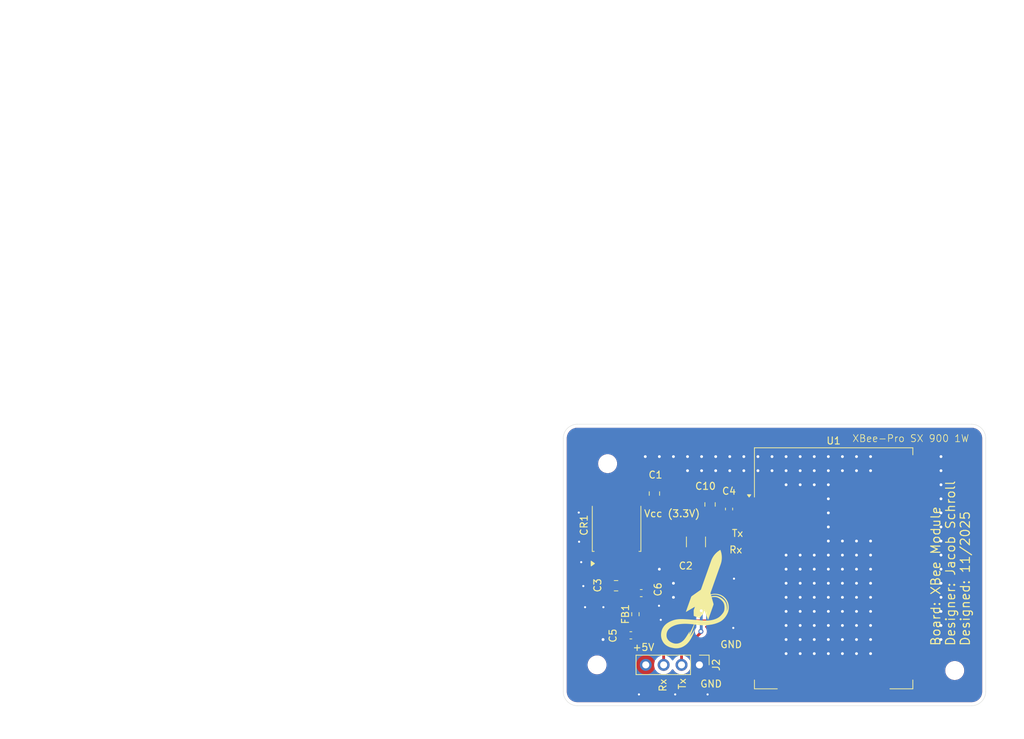
<source format=kicad_pcb>
(kicad_pcb (version 20241229) (generator "pcbnew") (generator_version "9.0")
  (layers (0 "F.Cu" signal) (2 "B.Cu" signal) (13 "F.Paste" user) (15 "B.Paste" user) (5 "F.SilkS" user "F.Silkscreen") (7 "B.SilkS" user "B.Silkscreen") (1 "F.Mask" user) (3 "B.Mask" user) (25 "Edge.Cuts" user))
  (net 0 "")
  (net 29 "+5V_Filt")
  (net 30 "+5V")
  (net 31 "GND")
  (net 33 "/UART_RX")
  (net 34 "/UART_TX")
  (net 35 "VCC")
  (footprint "Capacitor_SMD:C_0805_2012Metric" (layer "F.Cu") (at 92.95 69.85 90)
    (property "Reference" "C1" (at 2.65 0.15 0) (layer "F.SilkS"))
    (property "Value" "22uF")
    (pad "1" smd roundrect (at -0.95 0 90) (size 1 1.45) (layers "F.Cu" "F.Mask" "F.Paste") (net 35 "VCC"))
    (pad "2" smd roundrect (at 0.95 0 90) (size 1 1.45) (layers "F.Cu" "F.Mask" "F.Paste") (net 31 "GND"))
  )
  (footprint "MountingHole:MountingHole_2.2mm_M2" (layer "F.Cu") (at 135.6 95)
    (property "Reference" "REF**" (hide yes))
    (property "Value" "MountingHole_2.2mm_M2")
    (pad "" np_thru_hole circle (at 0 0) (size 2.2 2.2) (drill 2.2) (layers "*.Cu" "*.Mask"))
  )
  (footprint "Capacitor_SMD:C_0603_1608Metric" (layer "F.Cu") (at 103.55 72.05 -90)
    (property "Reference" "C4" (at -2.55 0 180) (layer "F.SilkS"))
    (property "Value" "100n")
    (pad "1" smd roundrect (at -0.775 0 270) (size 0.9 0.95) (layers "F.Cu" "F.Mask" "F.Paste") (net 31 "GND"))
    (pad "2" smd roundrect (at 0.775 0 270) (size 0.9 0.95) (layers "F.Cu" "F.Mask" "F.Paste") (net 35 "VCC"))
  )
  (footprint "RDT_Logo:RDT_Logo" (layer "F.Cu") (at 98.7 84.85)
    (property "Reference" "G***" (hide yes))
    (property "Value" "LOGO" (hide yes))
  )
  (footprint "Custom:XBEE_GND_PAD" (layer "F.Cu") (at 118.4 81.2)
    (property "Reference" "U1" (at 0 -18.85 0) (layer "F.SilkS"))
    (property "Value" "XBP9X-DMUS-001" (hide yes))
    (pad "1" smd rect (at -11 -9.9) (size 2.84 1.52) (layers "F.Cu" "F.Mask" "F.Paste") (net 31 "GND"))
    (pad "2" smd rect (at -11 -7.9) (size 2.84 1.52) (layers "F.Cu" "F.Mask" "F.Paste") (net 35 "VCC"))
    (pad "3" smd rect (at -11 -5.9) (size 2.84 1.52) (layers "F.Cu" "F.Mask" "F.Paste") (net 34 "/UART_TX"))
    (pad "4" smd rect (at -11 -3.9) (size 2.84 1.52) (layers "F.Cu" "F.Mask" "F.Paste") (net 33 "/UART_RX"))
    (pad "5" smd rect (at -11 -1.9) (size 2.84 1.52) (layers "F.Cu" "F.Mask" "F.Paste"))
    (pad "6" smd rect (at -11 0.1) (size 2.84 1.52) (layers "F.Cu" "F.Mask" "F.Paste"))
    (pad "7" smd rect (at -11 2.1) (size 2.84 1.52) (layers "F.Cu" "F.Mask" "F.Paste"))
    (pad "8" smd rect (at -11 4.1) (size 2.84 1.52) (layers "F.Cu" "F.Mask" "F.Paste"))
    (pad "9" smd rect (at -11 6.1) (size 2.84 1.52) (layers "F.Cu" "F.Mask" "F.Paste"))
    (pad "10" smd rect (at -11 8.1) (size 2.84 1.52) (layers "F.Cu" "F.Mask" "F.Paste"))
    (pad "11" smd rect (at -11 10.1) (size 2.84 1.52) (layers "F.Cu" "F.Mask" "F.Paste") (net 31 "GND"))
    (pad "12" smd rect (at -11 12.1) (size 2.84 1.52) (layers "F.Cu" "F.Mask" "F.Paste"))
    (pad "13" smd rect (at -11 14.1) (size 2.84 1.52) (layers "F.Cu" "F.Mask" "F.Paste") (net 31 "GND"))
    (pad "14" smd rect (at -7 15.93 90) (size 2.84 1.52) (layers "F.Cu" "F.Mask" "F.Paste"))
    (pad "15" smd rect (at -5 15.93 90) (size 2.84 1.52) (layers "F.Cu" "F.Mask" "F.Paste"))
    (pad "16" smd rect (at -3 15.93 90) (size 2.84 1.52) (layers "F.Cu" "F.Mask" "F.Paste"))
    (pad "17" smd rect (at -1 15.93 90) (size 2.84 1.52) (layers "F.Cu" "F.Mask" "F.Paste"))
    (pad "18" smd rect (at 1 15.93 90) (size 2.84 1.52) (layers "F.Cu" "F.Mask" "F.Paste"))
    (pad "19" smd rect (at 3 15.93 90) (size 2.84 1.52) (layers "F.Cu" "F.Mask" "F.Paste"))
    (pad "20" smd rect (at 5 15.93 90) (size 2.84 1.52) (layers "F.Cu" "F.Mask" "F.Paste"))
    (pad "21" smd rect (at 7 15.93 90) (size 2.84 1.52) (layers "F.Cu" "F.Mask" "F.Paste"))
    (pad "22" smd rect (at 11 14.08) (size 2.84 1.52) (layers "F.Cu" "F.Mask" "F.Paste") (net 31 "GND"))
    (pad "23" smd rect (at 11 12.08) (size 2.84 1.52) (layers "F.Cu" "F.Mask" "F.Paste"))
    (pad "24" smd rect (at 11 10.08) (size 2.84 1.52) (layers "F.Cu" "F.Mask" "F.Paste"))
    (pad "25" smd rect (at 11 8.08) (size 2.84 1.52) (layers "F.Cu" "F.Mask" "F.Paste"))
    (pad "26" smd rect (at 11 6.08) (size 2.84 1.52) (layers "F.Cu" "F.Mask" "F.Paste"))
    (pad "27" smd rect (at 11 4.08) (size 2.84 1.52) (layers "F.Cu" "F.Mask" "F.Paste"))
    (pad "28" smd rect (at 11 2.08) (size 2.84 1.52) (layers "F.Cu" "F.Mask" "F.Paste"))
    (pad "29" smd rect (at 11 0.08) (size 2.84 1.52) (layers "F.Cu" "F.Mask" "F.Paste"))
    (pad "30" smd rect (at 11 -1.92) (size 2.84 1.52) (layers "F.Cu" "F.Mask" "F.Paste"))
    (pad "31" smd rect (at 11 -3.92) (size 2.84 1.52) (layers "F.Cu" "F.Mask" "F.Paste"))
    (pad "32" smd rect (at 11 -5.92) (size 2.84 1.52) (layers "F.Cu" "F.Mask" "F.Paste"))
    (pad "33" smd rect (at 11 -7.92) (size 2.84 1.52) (layers "F.Cu" "F.Mask" "F.Paste"))
    (pad "34" smd rect (at 11 -9.92) (size 2.84 1.52) (layers "F.Cu" "F.Mask" "F.Paste"))
    (pad "35" smd rect (at 11 -11.92) (size 2.84 1.52) (layers "F.Cu" "F.Mask" "F.Paste") (net 31 "GND"))
    (pad "36" smd rect (at 11 -13.92) (size 2.84 1.52) (layers "F.Cu" "F.Mask" "F.Paste"))
    (pad "37" smd rect (at 11 -15.92) (size 2.84 1.52) (layers "F.Cu" "F.Mask" "F.Paste"))
    (pad "38" smd rect (at -5.115 -7.185) (size 2.79 2.79) (layers "F.Cu" "F.Mask" "F.Paste") (net 31 "GND"))
    (zone (net 0) (net_name "") (layer "F.Cu") (connect_pads (clearance 0)) (min_thickness 0.254)
      (keepout (tracks not_allowed) (vias not_allowed) (pads not_allowed) (copperpour not_allowed) (footprints not_allowed))
      (fill (thermal_gap 0.508) (thermal_bridge_width 0.508))
      (polygon (pts (xy 121.4 70.6) (xy 127.8 70.6) (xy 127.8 72.9) (xy 121.4 72.9)))
    )
  )
  (footprint "Connector_PinHeader_2.54mm:PinHeader_1x04_P2.54mm_Vertical" (layer "F.Cu") (at 99.34 94.2 -90)
    (property "Reference" "J2" (at 0 -2.38 90) (layer "F.SilkS"))
    (property "Value" "Conn_01x04" (hide yes))
    (pad "1" thru_hole rect (at 0 0 270) (size 1.7 1.7) (drill 1) (layers "*.Cu" "*.Mask") (net 31 "GND"))
    (pad "2" thru_hole circle (at 0 2.54 270) (size 1.7 1.7) (drill 1) (layers "*.Cu" "*.Mask") (net 34 "/UART_TX"))
    (pad "3" thru_hole circle (at 0 5.08 270) (size 1.7 1.7) (drill 1) (layers "*.Cu" "*.Mask") (net 33 "/UART_RX"))
    (pad "4" thru_hole circle (at 0 7.62 270) (size 1.7 1.7) (drill 1) (layers "*.Cu" "*.Mask") (net 30 "+5V"))
  )
  (footprint "MountingHole:MountingHole_2.2mm_M2" (layer "F.Cu") (at 84.8 94.2)
    (property "Reference" "REF**" (hide yes))
    (property "Value" "MountingHole_2.2mm_M2")
    (pad "" np_thru_hole circle (at 0 0) (size 2.2 2.2) (drill 2.2) (layers "*.Cu" "*.Mask"))
  )
  (footprint "Capacitor_SMD:C_1210_3225Metric" (layer "F.Cu") (at 98.85 76.725 -90)
    (property "Reference" "C2" (at 3.4 1.45 0) (layer "F.SilkS"))
    (property "Value" "10u")
    (pad "1" smd roundrect (at -1.475 0 270) (size 1.15 2.7) (layers "F.Cu" "F.Mask" "F.Paste") (roundrect_rratio 0.217391) (net 35 "VCC"))
    (pad "2" smd roundrect (at 1.475 0 270) (size 1.15 2.7) (layers "F.Cu" "F.Mask" "F.Paste") (roundrect_rratio 0.217391) (net 31 "GND"))
  )
  (footprint "Package_TO_SOT_SMD:TO-252-2" (layer "F.Cu") (at 87.5725 74.76 90)
    (property "Reference" "CR1" (at 0.41 -4.6225 270) (layer "F.SilkS"))
    (property "Value" "LD1086DT33TR")
    (pad "1" smd roundrect (at -5.04 -2.28 90) (size 2.2 1.2) (layers "F.Cu" "F.Mask" "F.Paste") (roundrect_rratio 0.208333) (net 31 "GND"))
    (pad "2" smd roundrect (at 1.26 0 90) (size 6.4 5.8) (layers "F.Cu" "F.Mask") (roundrect_rratio 0.043103) (net 35 "VCC"))
    (pad "3" smd roundrect (at -5.04 2.28 90) (size 2.2 1.2) (layers "F.Cu" "F.Mask" "F.Paste") (roundrect_rratio 0.208333) (net 29 "+5V_Filt"))
  )
  (footprint "Capacitor_SMD:C_0603_1608Metric" (layer "F.Cu") (at 89.6 90)
    (property "Reference" "C5" (at -2.55 0.05 90) (layer "F.SilkS"))
    (property "Value" "100n")
    (pad "1" smd roundrect (at -0.775 0) (size 0.9 0.95) (layers "F.Cu" "F.Mask" "F.Paste") (net 31 "GND"))
    (pad "2" smd roundrect (at 0.775 0) (size 0.9 0.95) (layers "F.Cu" "F.Mask" "F.Paste") (net 30 "+5V"))
  )
  (footprint "Capacitor_SMD:C_0805_2012Metric" (layer "F.Cu") (at 100.85 71.4 90)
    (property "Reference" "C10" (at 2.6 -0.65 180) (layer "F.SilkS"))
    (property "Value" "1u")
    (pad "1" smd roundrect (at -0.95 0 90) (size 1 1.45) (layers "F.Cu" "F.Mask" "F.Paste") (net 35 "VCC"))
    (pad "2" smd roundrect (at 0.95 0 90) (size 1 1.45) (layers "F.Cu" "F.Mask" "F.Paste") (net 31 "GND"))
  )
  (footprint "Capacitor_SMD:C_0805_2012Metric" (layer "F.Cu") (at 87.5 82.95 180)
    (property "Reference" "C3" (at 2.62 0.05 90) (layer "F.SilkS"))
    (property "Value" "10uF")
    (pad "1" smd roundrect (at -0.95 0 180) (size 1 1.45) (layers "F.Cu" "F.Mask" "F.Paste") (net 29 "+5V_Filt"))
    (pad "2" smd roundrect (at 0.95 0 180) (size 1 1.45) (layers "F.Cu" "F.Mask" "F.Paste") (net 31 "GND"))
  )
  (footprint "Resistor_SMD:R_0603_1608Metric" (layer "F.Cu") (at 90.25 87 90)
    (property "Reference" "FB1" (at 0 -1.43 90) (layer "F.SilkS"))
    (property "Value" "FerriteBead")
    (pad "1" smd roundrect (at -0.825 0 90) (size 0.8 0.95) (layers "F.Cu" "F.Mask" "F.Paste") (net 30 "+5V"))
    (pad "2" smd roundrect (at 0.825 0 90) (size 0.8 0.95) (layers "F.Cu" "F.Mask" "F.Paste") (net 29 "+5V_Filt"))
  )
  (footprint "Capacitor_SMD:C_0603_1608Metric" (layer "F.Cu") (at 91.075 84 180)
    (property "Reference" "C6" (at -2.375 0.525 90) (layer "F.SilkS"))
    (property "Value" "100n")
    (pad "1" smd roundrect (at -0.775 0 180) (size 0.9 0.95) (layers "F.Cu" "F.Mask" "F.Paste") (net 31 "GND"))
    (pad "2" smd roundrect (at 0.775 0 180) (size 0.9 0.95) (layers "F.Cu" "F.Mask" "F.Paste") (net 29 "+5V_Filt"))
  )
  (footprint "MountingHole:MountingHole_2.2mm_M2" (layer "F.Cu") (at 86.3 65.6)
    (property "Reference" "REF**" (hide yes))
    (property "Value" "MountingHole_2.2mm_M2")
    (pad "" np_thru_hole circle (at 0 0) (size 2.2 2.2) (drill 2.2) (layers "*.Cu" "*.Mask"))
  )
  (gr_line (start 82 100) (end 138 100) (stroke (width 0.05)) (layer "Edge.Cuts"))
  (gr_arc (start 80 62) (mid 80.585786 60.585786) (end 82 60) (stroke (width 0.05)) (layer "Edge.Cuts"))
  (gr_line (start 80 62) (end 80 98) (stroke (width 0.05)) (layer "Edge.Cuts"))
  (gr_line (start 138 60) (end 82 60) (stroke (width 0.05)) (layer "Edge.Cuts"))
  (gr_arc (start 140 98) (mid 139.414214 99.414214) (end 138 100) (stroke (width 0.05)) (layer "Edge.Cuts"))
  (gr_arc (start 138 60) (mid 139.414214 60.585786) (end 140 62) (stroke (width 0.05)) (layer "Edge.Cuts"))
  (gr_arc (start 82 100) (mid 80.585786 99.414214) (end 80 98) (stroke (width 0.05)) (layer "Edge.Cuts"))
  (gr_line (start 140 98) (end 140 62) (stroke (width 0.05)) (layer "Edge.Cuts"))
  (gr_text "Board: XBee Module\nDesigner: Jacob Schroll\nDesigned: 11/2025" (at 137.85 91.6 90) (layer "F.SilkS") (effects (font (size 1.3 1.3) (thickness 0.1625)) (justify left bottom)))
  (gr_text "+5V" (at 91.4 91.7 0) (layer "F.SilkS") (effects (font (size 1 1))))
  (gr_text "Rx" (at 104.5 77.85 0) (layer "F.SilkS") (effects (font (size 1 1))))
  (gr_text "Tx" (at 104.75 75.5 0) (layer "F.SilkS") (effects (font (size 1 1))))
  (gr_text "Vcc (3.3V)" (at 95.45 72.7 0) (layer "F.SilkS") (effects (font (size 1 1))))
  (gr_text "Tx" (at 96.9 96.9 90) (layer "F.SilkS") (effects (font (size 1 1))))
  (gr_text "Rx" (at 94.15 97.1 90) (layer "F.SilkS") (effects (font (size 1 1))))
  (gr_text "GND" (at 103.85 91.3 0) (layer "F.SilkS") (effects (font (size 1 1))))
  (gr_text "GND" (at 101 96.9 0) (layer "F.SilkS") (effects (font (size 1 1))))
  (gr_text "XBee-Pro SX 900 1W" (at 121 62.6 0) (layer "F.SilkS") (effects (font (size 1 1) (thickness 0.1)) (justify left bottom)))
  (via (at 123.65 78.6) (size 0.7) (drill 0.4) (layers "F.Cu" "B.Cu") (net 31))
  (via (at 121.65 84.6) (size 0.7) (drill 0.4) (layers "F.Cu" "B.Cu") (net 31))
  (via (at 82.25 76.7) (size 0.6) (drill 0.3) (layers "F.Cu" "B.Cu") (net 31))
  (via (at 121.65 76.6) (size 0.7) (drill 0.4) (layers "F.Cu" "B.Cu") (net 31))
  (via (at 115.65 88.6) (size 0.7) (drill 0.4) (layers "F.Cu" "B.Cu") (net 31))
  (via (at 123.65 92.6) (size 0.7) (drill 0.4) (layers "F.Cu" "B.Cu") (net 31))
  (via (at 123.65 82.6) (size 0.7) (drill 0.4) (layers "F.Cu" "B.Cu") (net 31))
  (via (at 82.2 72.55) (size 0.6) (drill 0.3) (layers "F.Cu" "B.Cu") (net 31))
  (via (at 105.65 66.6) (size 0.7) (drill 0.4) (layers "F.Cu" "B.Cu") (net 31))
  (via (at 117.65 88.6) (size 0.7) (drill 0.4) (layers "F.Cu" "B.Cu") (net 31))
  (via (at 93.65 80.6) (size 0.7) (drill 0.4) (layers "F.Cu" "B.Cu") (net 31))
  (via (at 104.15 88.95) (size 0.6) (drill 0.3) (layers "F.Cu" "B.Cu") (net 31))
  (via (at 95.65 64.6) (size 0.7) (drill 0.4) (layers "F.Cu" "B.Cu") (net 31))
  (via (at 93.6 85.8) (size 0.6) (drill 0.3) (layers "F.Cu" "B.Cu") (net 31))
  (via (at 111.65 86.6) (size 0.7) (drill 0.4) (layers "F.Cu" "B.Cu") (net 31))
  (via (at 117.65 64.6) (size 0.7) (drill 0.4) (layers "F.Cu" "B.Cu") (net 31))
  (via (at 95.65 84.6) (size 0.7) (drill 0.4) (layers "F.Cu" "B.Cu") (net 31))
  (via (at 111.65 78.6) (size 0.7) (drill 0.4) (layers "F.Cu" "B.Cu") (net 31))
  (via (at 117.65 86.6) (size 0.7) (drill 0.4) (layers "F.Cu" "B.Cu") (net 31))
  (via (at 121.65 78.6) (size 0.7) (drill 0.4) (layers "F.Cu" "B.Cu") (net 31))
  (via (at 115.65 86.6) (size 0.7) (drill 0.4) (layers "F.Cu" "B.Cu") (net 31))
  (via (at 117.65 90.6) (size 0.7) (drill 0.4) (layers "F.Cu" "B.Cu") (net 31))
  (via (at 121.65 80.6) (size 0.7) (drill 0.4) (layers "F.Cu" "B.Cu") (net 31))
  (via (at 121.65 64.6) (size 0.7) (drill 0.4) (layers "F.Cu" "B.Cu") (net 31))
  (via (at 133.65 72.6) (size 0.7) (drill 0.4) (layers "F.Cu" "B.Cu") (net 31))
  (via (at 115.65 92.6) (size 0.7) (drill 0.4) (layers "F.Cu" "B.Cu") (net 31))
  (via (at 101.65 66.6) (size 0.7) (drill 0.4) (layers "F.Cu" "B.Cu") (net 31))
  (via (at 133.65 76.6) (size 0.7) (drill 0.4) (layers "F.Cu" "B.Cu") (net 31))
  (via (at 119.65 76.6) (size 0.7) (drill 0.4) (layers "F.Cu" "B.Cu") (net 31))
  (via (at 105.65 64.6) (size 0.7) (drill 0.4) (layers "F.Cu" "B.Cu") (net 31))
  (via (at 115.65 90.6) (size 0.7) (drill 0.4) (layers "F.Cu" "B.Cu") (net 31))
  (via (at 123.65 84.6) (size 0.7) (drill 0.4) (layers "F.Cu" "B.Cu") (net 31))
  (via (at 91.65 64.6) (size 0.7) (drill 0.4) (layers "F.Cu" "B.Cu") (net 31))
  (via (at 117.65 66.6) (size 0.7) (drill 0.4) (layers "F.Cu" "B.Cu") (net 31))
  (via (at 133.65 90.6) (size 0.7) (drill 0.4) (layers "F.Cu" "B.Cu") (net 31))
  (via (at 107.65 66.6) (size 0.7) (drill 0.4) (layers "F.Cu" "B.Cu") (net 31))
  (via (at 113.65 80.6) (size 0.7) (drill 0.4) (layers "F.Cu" "B.Cu") (net 31))
  (via (at 121.65 90.6) (size 0.7) (drill 0.4) (layers "F.Cu" "B.Cu") (net 31))
  (via (at 97.65 64.6) (size 0.7) (drill 0.4) (layers "F.Cu" "B.Cu") (net 31))
  (via (at 117.65 76.6) (size 0.7) (drill 0.4) (layers "F.Cu" "B.Cu") (net 31))
  (via (at 97.65 66.6) (size 0.7) (drill 0.4) (layers "F.Cu" "B.Cu") (net 31))
  (via (at 117.65 74.6) (size 0.7) (drill 0.4) (layers "F.Cu" "B.Cu") (net 31))
  (via (at 93.85 87.8) (size 0.6) (drill 0.3) (layers "F.Cu" "B.Cu") (net 31))
  (via (at 83.1 86) (size 0.6) (drill 0.3) (layers "F.Cu" "B.Cu") (net 31))
  (via (at 133.65 82.6) (size 0.7) (drill 0.4) (layers "F.Cu" "B.Cu") (net 31))
  (via (at 100.5 98.4) (size 0.6) (drill 0.3) (layers "F.Cu" "B.Cu") (net 31))
  (via (at 133.65 66.6) (size 0.7) (drill 0.4) (layers "F.Cu" "B.Cu") (net 31))
  (via (at 117.65 80.6) (size 0.7) (drill 0.4) (layers "F.Cu" "B.Cu") (net 31))
  (via (at 117.65 82.6) (size 0.7) (drill 0.4) (layers "F.Cu" "B.Cu") (net 31))
  (via (at 121.65 86.6) (size 0.7) (drill 0.4) (layers "F.Cu" "B.Cu") (net 31))
  (via (at 101.65 64.6) (size 0.7) (drill 0.4) (layers "F.Cu" "B.Cu") (net 31))
  (via (at 85.65 90.6) (size 0.7) (drill 0.4) (layers "F.Cu" "B.Cu") (net 31))
  (via (at 113.65 66.6) (size 0.7) (drill 0.4) (layers "F.Cu" "B.Cu") (net 31))
  (via (at 115.65 64.6) (size 0.7) (drill 0.4) (layers "F.Cu" "B.Cu") (net 31))
  (via (at 111.65 90.6) (size 0.7) (drill 0.4) (layers "F.Cu" "B.Cu") (net 31))
  (via (at 115.65 78.6) (size 0.7) (drill 0.4) (layers "F.Cu" "B.Cu") (net 31))
  (via (at 115.65 80.6) (size 0.7) (drill 0.4) (layers "F.Cu" "B.Cu") (net 31))
  (via (at 115.65 66.6) (size 0.7) (drill 0.4) (layers "F.Cu" "B.Cu") (net 31))
  (via (at 133.65 86.6) (size 0.7) (drill 0.4) (layers "F.Cu" "B.Cu") (net 31))
  (via (at 111.65 80.6) (size 0.7) (drill 0.4) (layers "F.Cu" "B.Cu") (net 31))
  (via (at 121.65 88.6) (size 0.7) (drill 0.4) (layers "F.Cu" "B.Cu") (net 31))
  (via (at 117.65 68.6) (size 0.7) (drill 0.4) (layers "F.Cu" "B.Cu") (net 31))
  (via (at 119.65 80.6) (size 0.7) (drill 0.4) (layers "F.Cu" "B.Cu") (net 31))
  (via (at 119.65 66.6) (size 0.7) (drill 0.4) (layers "F.Cu" "B.Cu") (net 31))
  (via (at 111.65 64.6) (size 0.7) (drill 0.4) (layers "F.Cu" "B.Cu") (net 31))
  (via (at 133.65 78.6) (size 0.7) (drill 0.4) (layers "F.Cu" "B.Cu") (net 31))
  (via (at 111.65 88.6) (size 0.7) (drill 0.4) (layers "F.Cu" "B.Cu") (net 31))
  (via (at 119.65 84.6) (size 0.7) (drill 0.4) (layers "F.Cu" "B.Cu") (net 31))
  (via (at 119.65 92.6) (size 0.7) (drill 0.4) (layers "F.Cu" "B.Cu") (net 31))
  (via (at 117.65 92.6) (size 0.7) (drill 0.4) (layers "F.Cu" "B.Cu") (net 31))
  (via (at 123.65 86.6) (size 0.7) (drill 0.4) (layers "F.Cu" "B.Cu") (net 31))
  (via (at 90.75 98.4) (size 0.6) (drill 0.3) (layers "F.Cu" "B.Cu") (net 31))
  (via (at 113.65 64.6) (size 0.7) (drill 0.4) (layers "F.Cu" "B.Cu") (net 31))
  (via (at 109.65 64.6) (size 0.7) (drill 0.4) (layers "F.Cu" "B.Cu") (net 31))
  (via (at 133.65 80.6) (size 0.7) (drill 0.4) (layers "F.Cu" "B.Cu") (net 31))
  (via (at 133.65 70.6) (size 0.7) (drill 0.4) (layers "F.Cu" "B.Cu") (net 31))
  (via (at 111.65 68.6) (size 0.7) (drill 0.4) (layers "F.Cu" "B.Cu") (net 31))
  (via (at 115.65 84.6) (size 0.7) (drill 0.4) (layers "F.Cu" "B.Cu") (net 31))
  (via (at 117.65 78.6) (size 0.7) (drill 0.4) (layers "F.Cu" "B.Cu") (net 31))
  (via (at 119.65 78.6) (size 0.7) (drill 0.4) (layers "F.Cu" "B.Cu") (net 31))
  (via (at 123.65 88.6) (size 0.7) (drill 0.4) (layers "F.Cu" "B.Cu") (net 31))
  (via (at 111.65 66.6) (size 0.7) (drill 0.4) (layers "F.Cu" "B.Cu") (net 31))
  (via (at 117.65 70.6) (size 0.7) (drill 0.4) (layers "F.Cu" "B.Cu") (net 31))
  (via (at 117.65 72.6) (size 0.7) (drill 0.4) (layers "F.Cu" "B.Cu") (net 31))
  (via (at 119.65 86.6) (size 0.7) (drill 0.4) (layers "F.Cu" "B.Cu") (net 31))
  (via (at 123.65 90.6) (size 0.7) (drill 0.4) (layers "F.Cu" "B.Cu") (net 31))
  (via (at 119.65 64.6) (size 0.7) (drill 0.4) (layers "F.Cu" "B.Cu") (net 31))
  (via (at 133.65 68.6) (size 0.7) (drill 0.4) (layers "F.Cu" "B.Cu") (net 31))
  (via (at 111.65 84.6) (size 0.7) (drill 0.4) (layers "F.Cu" "B.Cu") (net 31))
  (via (at 123.65 64.6) (size 0.7) (drill 0.4) (layers "F.Cu" "B.Cu") (net 31))
  (via (at 95.65 82.6) (size 0.7) (drill 0.4) (layers "F.Cu" "B.Cu") (net 31))
  (via (at 119.65 88.6) (size 0.7) (drill 0.4) (layers "F.Cu" "B.Cu") (net 31))
  (via (at 123.65 80.6) (size 0.7) (drill 0.4) (layers "F.Cu" "B.Cu") (net 31))
  (via (at 133.65 88.6) (size 0.7) (drill 0.4) (layers "F.Cu" "B.Cu") (net 31))
  (via (at 119.65 82.6) (size 0.7) (drill 0.4) (layers "F.Cu" "B.Cu") (net 31))
  (via (at 123.65 76.6) (size 0.7) (drill 0.4) (layers "F.Cu" "B.Cu") (net 31))
  (via (at 121.65 82.6) (size 0.7) (drill 0.4) (layers "F.Cu" "B.Cu") (net 31))
  (via (at 99.65 66.6) (size 0.7) (drill 0.4) (layers "F.Cu" "B.Cu") (net 31))
  (via (at 104.25 81.95) (size 0.6) (drill 0.3) (layers "F.Cu" "B.Cu") (net 31))
  (via (at 82.85 83) (size 0.6) (drill 0.3) (layers "F.Cu" "B.Cu") (net 31))
  (via (at 113.65 88.6) (size 0.7) (drill 0.4) (layers "F.Cu" "B.Cu") (net 31))
  (via (at 113.65 68.6) (size 0.7) (drill 0.4) (layers "F.Cu" "B.Cu") (net 31))
  (via (at 99.65 64.6) (size 0.7) (drill 0.4) (layers "F.Cu" "B.Cu") (net 31))
  (via (at 111.65 92.6) (size 0.7) (drill 0.4) (layers "F.Cu" "B.Cu") (net 31))
  (via (at 82.55 79.6) (size 0.6) (drill 0.3) (layers "F.Cu" "B.Cu") (net 31))
  (via (at 109.65 66.6) (size 0.7) (drill 0.4) (layers "F.Cu" "B.Cu") (net 31))
  (via (at 113.65 84.6) (size 0.7) (drill 0.4) (layers "F.Cu" "B.Cu") (net 31))
  (via (at 119.65 90.6) (size 0.7) (drill 0.4) (layers "F.Cu" "B.Cu") (net 31))
  (via (at 113.65 90.6) (size 0.7) (drill 0.4) (layers "F.Cu" "B.Cu") (net 31))
  (via (at 133.65 64.6) (size 0.7) (drill 0.4) (layers "F.Cu" "B.Cu") (net 31))
  (via (at 85.7 86) (size 0.6) (drill 0.3) (layers "F.Cu" "B.Cu") (net 31))
  (via (at 117.65 84.6) (size 0.7) (drill 0.4) (layers "F.Cu" "B.Cu") (net 31))
  (via (at 95.9 98.4) (size 0.6) (drill 0.3) (layers "F.Cu" "B.Cu") (net 31))
  (via (at 93.65 64.6) (size 0.7) (drill 0.4) (layers "F.Cu" "B.Cu") (net 31))
  (via (at 113.65 82.6) (size 0.7) (drill 0.4) (layers "F.Cu" "B.Cu") (net 31))
  (via (at 111.65 82.6) (size 0.7) (drill 0.4) (layers "F.Cu" "B.Cu") (net 31))
  (via (at 113.65 78.6) (size 0.7) (drill 0.4) (layers "F.Cu" "B.Cu") (net 31))
  (via (at 113.65 92.6) (size 0.7) (drill 0.4) (layers "F.Cu" "B.Cu") (net 31))
  (via (at 121.65 92.6) (size 0.7) (drill 0.4) (layers "F.Cu" "B.Cu") (net 31))
  (via (at 133.65 84.6) (size 0.7) (drill 0.4) (layers "F.Cu" "B.Cu") (net 31))
  (via (at 115.65 68.6) (size 0.7) (drill 0.4) (layers "F.Cu" "B.Cu") (net 31))
  (via (at 121.65 66.6) (size 0.7) (drill 0.4) (layers "F.Cu" "B.Cu") (net 31))
  (via (at 133.65 74.6) (size 0.7) (drill 0.4) (layers "F.Cu" "B.Cu") (net 31))
  (via (at 115.65 82.6) (size 0.7) (drill 0.4) (layers "F.Cu" "B.Cu") (net 31))
  (via (at 103.65 66.6) (size 0.7) (drill 0.4) (layers "F.Cu" "B.Cu") (net 31))
  (via (at 123.65 66.6) (size 0.7) (drill 0.4) (layers "F.Cu" "B.Cu") (net 31))
  (via (at 103.65 64.6) (size 0.7) (drill 0.4) (layers "F.Cu" "B.Cu") (net 31))
  (via (at 113.65 86.6) (size 0.7) (drill 0.4) (layers "F.Cu" "B.Cu") (net 31))
  (via (at 107.65 64.6) (size 0.7) (drill 0.4) (layers "F.Cu" "B.Cu") (net 31))
  (segment (start 97.35 87.95) (end 101 87.95) (width 0.4) (layer "F.Cu") (net 33))
  (segment (start 94.26 94.2) (end 94.26 91.04) (width 0.4) (layer "F.Cu") (net 33))
  (segment (start 102.2 86.75) (end 102.2 81.15) (width 0.4) (layer "F.Cu") (net 33))
  (segment (start 106.05 77.3) (end 107.4 77.3) (width 0.4) (layer "F.Cu") (net 33))
  (segment (start 102.2 81.15) (end 106.05 77.3) (width 0.4) (layer "F.Cu") (net 33))
  (segment (start 94.26 91.04) (end 97.35 87.95) (width 0.4) (layer "F.Cu") (net 33))
  (segment (start 101 87.95) (end 102.2 86.75) (width 0.4) (layer "F.Cu") (net 33))
  (segment (start 105.6 75.3) (end 107.4 75.3) (width 0.4) (layer "F.Cu") (net 34))
  (segment (start 99.6 81.3) (end 105.6 75.3) (width 0.4) (layer "F.Cu") (net 34))
  (segment (start 99.6 86.5) (end 99.6 81.3) (width 0.4) (layer "F.Cu") (net 34))
  (segment (start 96.8 92.35) (end 96.8 94.2) (width 0.4) (layer "F.Cu") (net 34))
  (segment (start 99.55 89.6) (end 96.8 92.35) (width 0.4) (layer "F.Cu") (net 34))
  (segment (start 99.55 89.45) (end 99.55 89.6) (width 0.2) (layer "F.Cu") (net 34))
  (via (at 99.55 89.45) (size 0.7) (drill 0.4) (layers "F.Cu" "B.Cu") (net 34))
  (via (at 99.6 86.5) (size 0.7) (drill 0.4) (layers "F.Cu" "B.Cu") (net 34))
  (segment (start 99.55 89.45) (end 99.6 89.4) (width 0.2) (layer "B.Cu") (net 34))
  (segment (start 99.6 89.4) (end 99.6 86.5) (width 0.4) (layer "B.Cu") (net 34))
  (zone (net 29) (net_name "+5V_Filt") (layer "F.Cu") (priority 4) (connect_pads yes (clearance 0.5)) (min_thickness 0.25) (fill yes (thermal_gap 0.5) (thermal_bridge_width 0.5) (smoothing fillet) (radius 0.5))
    (polygon (pts (xy 90.95 86.7) (xy 87.721426 86.7) (xy 87.776164 81.335686) (xy 88.75 79.15) (xy 89.121721 78.3) (xy 90.450982 78.3) (xy 90.95 79.177584)))
  )
  (zone (net 35) (net_name "VCC") (layer "F.Cu") (priority 3) (connect_pads yes (clearance 0.5)) (min_thickness 0.25) (fill yes (thermal_gap 0.5) (thermal_bridge_width 0.5) (smoothing fillet) (radius 0.5))
    (polygon (pts (xy 84.15 76.85) (xy 84.15 70.1) (xy 95.965218 70.1) (xy 98.75 71.625) (xy 102.25 71.625) (xy 103.05 72.275) (xy 109.2 72.275) (xy 109.2 74.3) (xy 105.493614 74.3) (xy 101.695742 76.85) (xy 98.755556 76.85)))
  )
  (zone (net 30) (net_name "+5V") (layer "F.Cu") (priority 5) (connect_pads yes (clearance 0.5)) (min_thickness 0.25) (fill yes (thermal_gap 0.5) (thermal_bridge_width 0.5) (smoothing fillet) (radius 0.5))
    (polygon (pts (xy 93 95.95) (xy 89.8 95.95) (xy 89.489085 94.242794) (xy 89.440524 87.25) (xy 91.159441 87.25) (xy 93 91.95)))
  )
  (zone (net 31) (net_name "GND") (layers "F.Cu" "B.Cu") (name "stitch_zone_0") (priority 1) (connect_pads yes (clearance 0.5)) (min_thickness 0.25) (fill yes (thermal_gap 0.5) (thermal_bridge_width 0.5) (smoothing fillet) (radius 0.5))
    (polygon (pts (xy 69.9 104.05) (xy 69.65 54.65) (xy 145.15 54.6) (xy 145.45 104.75)))
  )
)
</source>
